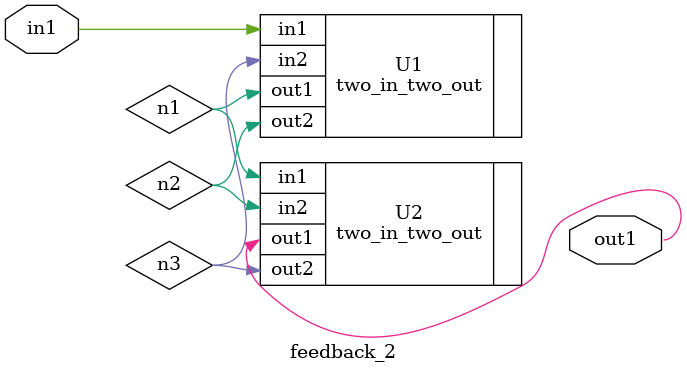
<source format=v>
module feedback_2
  (
    input in1,
    output out1
  );

  two_in_two_out U1 ( .in1(in1), .in2(n3), .out1(n1), .out2(n2) );
  two_in_two_out U2 ( .in1(n1), .in2(n2), .out1(out1), .out2(n3) );

endmodule


</source>
